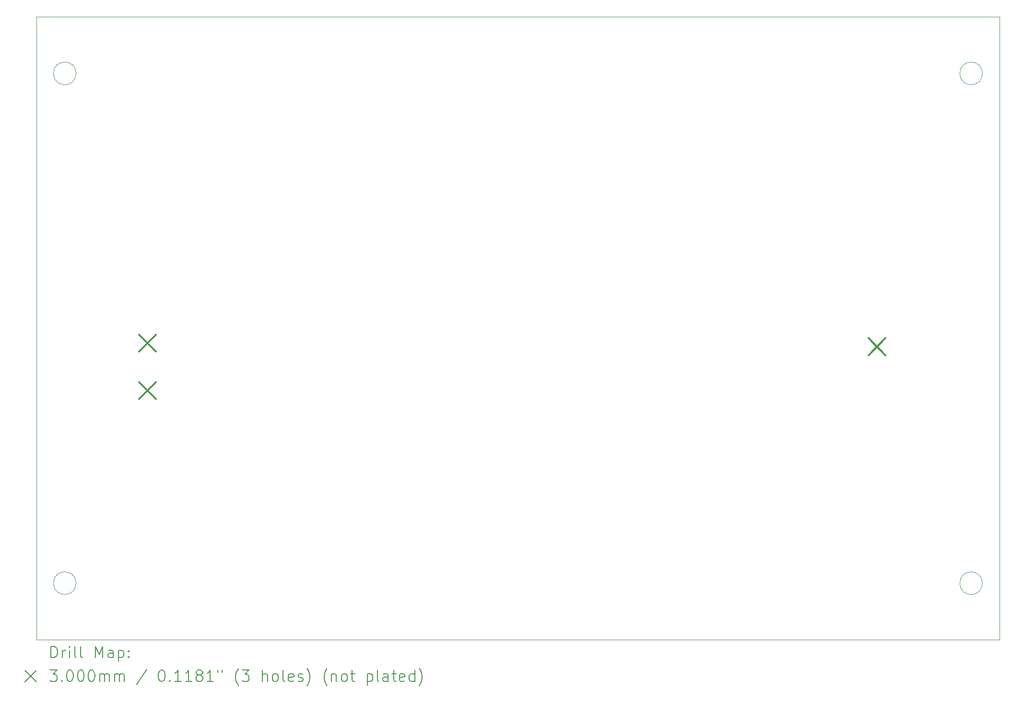
<source format=gbr>
%TF.GenerationSoftware,KiCad,Pcbnew,8.0.1*%
%TF.CreationDate,2024-04-11T21:54:42-04:00*%
%TF.ProjectId,Headlight Controller,48656164-6c69-4676-9874-20436f6e7472,rev?*%
%TF.SameCoordinates,Original*%
%TF.FileFunction,Drillmap*%
%TF.FilePolarity,Positive*%
%FSLAX45Y45*%
G04 Gerber Fmt 4.5, Leading zero omitted, Abs format (unit mm)*
G04 Created by KiCad (PCBNEW 8.0.1) date 2024-04-11 21:54:42*
%MOMM*%
%LPD*%
G01*
G04 APERTURE LIST*
%ADD10C,0.050000*%
%ADD11C,0.200000*%
%ADD12C,0.299999*%
G04 APERTURE END LIST*
D10*
X19200000Y-15000000D02*
G75*
G02*
X18800000Y-15000000I-200000J0D01*
G01*
X18800000Y-15000000D02*
G75*
G02*
X19200000Y-15000000I200000J0D01*
G01*
X3200000Y-6000000D02*
G75*
G02*
X2800000Y-6000000I-200000J0D01*
G01*
X2800000Y-6000000D02*
G75*
G02*
X3200000Y-6000000I200000J0D01*
G01*
X19200000Y-6000000D02*
G75*
G02*
X18800000Y-6000000I-200000J0D01*
G01*
X18800000Y-6000000D02*
G75*
G02*
X19200000Y-6000000I200000J0D01*
G01*
X3200000Y-15000000D02*
G75*
G02*
X2800000Y-15000000I-200000J0D01*
G01*
X2800000Y-15000000D02*
G75*
G02*
X3200000Y-15000000I200000J0D01*
G01*
X19500000Y-5000000D02*
X19500000Y-16000000D01*
X19500000Y-16000000D02*
X2500000Y-16000000D01*
X2500000Y-16000000D02*
X2500000Y-5000000D01*
X2500000Y-5000000D02*
X19500000Y-5000000D01*
D11*
D12*
X4309750Y-10610002D02*
X4609750Y-10910002D01*
X4609750Y-10610002D02*
X4309750Y-10910002D01*
X4309750Y-11450000D02*
X4609750Y-11750000D01*
X4609750Y-11450000D02*
X4309750Y-11750000D01*
X17190250Y-10675400D02*
X17490250Y-10975400D01*
X17490250Y-10675400D02*
X17190250Y-10975400D01*
D11*
X2758277Y-16313984D02*
X2758277Y-16113984D01*
X2758277Y-16113984D02*
X2805896Y-16113984D01*
X2805896Y-16113984D02*
X2834467Y-16123508D01*
X2834467Y-16123508D02*
X2853515Y-16142555D01*
X2853515Y-16142555D02*
X2863039Y-16161603D01*
X2863039Y-16161603D02*
X2872562Y-16199698D01*
X2872562Y-16199698D02*
X2872562Y-16228269D01*
X2872562Y-16228269D02*
X2863039Y-16266365D01*
X2863039Y-16266365D02*
X2853515Y-16285412D01*
X2853515Y-16285412D02*
X2834467Y-16304460D01*
X2834467Y-16304460D02*
X2805896Y-16313984D01*
X2805896Y-16313984D02*
X2758277Y-16313984D01*
X2958277Y-16313984D02*
X2958277Y-16180650D01*
X2958277Y-16218746D02*
X2967801Y-16199698D01*
X2967801Y-16199698D02*
X2977324Y-16190174D01*
X2977324Y-16190174D02*
X2996372Y-16180650D01*
X2996372Y-16180650D02*
X3015420Y-16180650D01*
X3082086Y-16313984D02*
X3082086Y-16180650D01*
X3082086Y-16113984D02*
X3072562Y-16123508D01*
X3072562Y-16123508D02*
X3082086Y-16133031D01*
X3082086Y-16133031D02*
X3091610Y-16123508D01*
X3091610Y-16123508D02*
X3082086Y-16113984D01*
X3082086Y-16113984D02*
X3082086Y-16133031D01*
X3205896Y-16313984D02*
X3186848Y-16304460D01*
X3186848Y-16304460D02*
X3177324Y-16285412D01*
X3177324Y-16285412D02*
X3177324Y-16113984D01*
X3310658Y-16313984D02*
X3291610Y-16304460D01*
X3291610Y-16304460D02*
X3282086Y-16285412D01*
X3282086Y-16285412D02*
X3282086Y-16113984D01*
X3539229Y-16313984D02*
X3539229Y-16113984D01*
X3539229Y-16113984D02*
X3605896Y-16256841D01*
X3605896Y-16256841D02*
X3672562Y-16113984D01*
X3672562Y-16113984D02*
X3672562Y-16313984D01*
X3853515Y-16313984D02*
X3853515Y-16209222D01*
X3853515Y-16209222D02*
X3843991Y-16190174D01*
X3843991Y-16190174D02*
X3824943Y-16180650D01*
X3824943Y-16180650D02*
X3786848Y-16180650D01*
X3786848Y-16180650D02*
X3767801Y-16190174D01*
X3853515Y-16304460D02*
X3834467Y-16313984D01*
X3834467Y-16313984D02*
X3786848Y-16313984D01*
X3786848Y-16313984D02*
X3767801Y-16304460D01*
X3767801Y-16304460D02*
X3758277Y-16285412D01*
X3758277Y-16285412D02*
X3758277Y-16266365D01*
X3758277Y-16266365D02*
X3767801Y-16247317D01*
X3767801Y-16247317D02*
X3786848Y-16237793D01*
X3786848Y-16237793D02*
X3834467Y-16237793D01*
X3834467Y-16237793D02*
X3853515Y-16228269D01*
X3948753Y-16180650D02*
X3948753Y-16380650D01*
X3948753Y-16190174D02*
X3967801Y-16180650D01*
X3967801Y-16180650D02*
X4005896Y-16180650D01*
X4005896Y-16180650D02*
X4024943Y-16190174D01*
X4024943Y-16190174D02*
X4034467Y-16199698D01*
X4034467Y-16199698D02*
X4043991Y-16218746D01*
X4043991Y-16218746D02*
X4043991Y-16275888D01*
X4043991Y-16275888D02*
X4034467Y-16294936D01*
X4034467Y-16294936D02*
X4024943Y-16304460D01*
X4024943Y-16304460D02*
X4005896Y-16313984D01*
X4005896Y-16313984D02*
X3967801Y-16313984D01*
X3967801Y-16313984D02*
X3948753Y-16304460D01*
X4129705Y-16294936D02*
X4139229Y-16304460D01*
X4139229Y-16304460D02*
X4129705Y-16313984D01*
X4129705Y-16313984D02*
X4120182Y-16304460D01*
X4120182Y-16304460D02*
X4129705Y-16294936D01*
X4129705Y-16294936D02*
X4129705Y-16313984D01*
X4129705Y-16190174D02*
X4139229Y-16199698D01*
X4139229Y-16199698D02*
X4129705Y-16209222D01*
X4129705Y-16209222D02*
X4120182Y-16199698D01*
X4120182Y-16199698D02*
X4129705Y-16190174D01*
X4129705Y-16190174D02*
X4129705Y-16209222D01*
X2297500Y-16542500D02*
X2497500Y-16742500D01*
X2497500Y-16542500D02*
X2297500Y-16742500D01*
X2739229Y-16533984D02*
X2863039Y-16533984D01*
X2863039Y-16533984D02*
X2796372Y-16610174D01*
X2796372Y-16610174D02*
X2824943Y-16610174D01*
X2824943Y-16610174D02*
X2843991Y-16619698D01*
X2843991Y-16619698D02*
X2853515Y-16629222D01*
X2853515Y-16629222D02*
X2863039Y-16648269D01*
X2863039Y-16648269D02*
X2863039Y-16695888D01*
X2863039Y-16695888D02*
X2853515Y-16714936D01*
X2853515Y-16714936D02*
X2843991Y-16724460D01*
X2843991Y-16724460D02*
X2824943Y-16733984D01*
X2824943Y-16733984D02*
X2767801Y-16733984D01*
X2767801Y-16733984D02*
X2748753Y-16724460D01*
X2748753Y-16724460D02*
X2739229Y-16714936D01*
X2948753Y-16714936D02*
X2958277Y-16724460D01*
X2958277Y-16724460D02*
X2948753Y-16733984D01*
X2948753Y-16733984D02*
X2939229Y-16724460D01*
X2939229Y-16724460D02*
X2948753Y-16714936D01*
X2948753Y-16714936D02*
X2948753Y-16733984D01*
X3082086Y-16533984D02*
X3101134Y-16533984D01*
X3101134Y-16533984D02*
X3120182Y-16543508D01*
X3120182Y-16543508D02*
X3129705Y-16553031D01*
X3129705Y-16553031D02*
X3139229Y-16572079D01*
X3139229Y-16572079D02*
X3148753Y-16610174D01*
X3148753Y-16610174D02*
X3148753Y-16657793D01*
X3148753Y-16657793D02*
X3139229Y-16695888D01*
X3139229Y-16695888D02*
X3129705Y-16714936D01*
X3129705Y-16714936D02*
X3120182Y-16724460D01*
X3120182Y-16724460D02*
X3101134Y-16733984D01*
X3101134Y-16733984D02*
X3082086Y-16733984D01*
X3082086Y-16733984D02*
X3063039Y-16724460D01*
X3063039Y-16724460D02*
X3053515Y-16714936D01*
X3053515Y-16714936D02*
X3043991Y-16695888D01*
X3043991Y-16695888D02*
X3034467Y-16657793D01*
X3034467Y-16657793D02*
X3034467Y-16610174D01*
X3034467Y-16610174D02*
X3043991Y-16572079D01*
X3043991Y-16572079D02*
X3053515Y-16553031D01*
X3053515Y-16553031D02*
X3063039Y-16543508D01*
X3063039Y-16543508D02*
X3082086Y-16533984D01*
X3272562Y-16533984D02*
X3291610Y-16533984D01*
X3291610Y-16533984D02*
X3310658Y-16543508D01*
X3310658Y-16543508D02*
X3320182Y-16553031D01*
X3320182Y-16553031D02*
X3329705Y-16572079D01*
X3329705Y-16572079D02*
X3339229Y-16610174D01*
X3339229Y-16610174D02*
X3339229Y-16657793D01*
X3339229Y-16657793D02*
X3329705Y-16695888D01*
X3329705Y-16695888D02*
X3320182Y-16714936D01*
X3320182Y-16714936D02*
X3310658Y-16724460D01*
X3310658Y-16724460D02*
X3291610Y-16733984D01*
X3291610Y-16733984D02*
X3272562Y-16733984D01*
X3272562Y-16733984D02*
X3253515Y-16724460D01*
X3253515Y-16724460D02*
X3243991Y-16714936D01*
X3243991Y-16714936D02*
X3234467Y-16695888D01*
X3234467Y-16695888D02*
X3224943Y-16657793D01*
X3224943Y-16657793D02*
X3224943Y-16610174D01*
X3224943Y-16610174D02*
X3234467Y-16572079D01*
X3234467Y-16572079D02*
X3243991Y-16553031D01*
X3243991Y-16553031D02*
X3253515Y-16543508D01*
X3253515Y-16543508D02*
X3272562Y-16533984D01*
X3463039Y-16533984D02*
X3482086Y-16533984D01*
X3482086Y-16533984D02*
X3501134Y-16543508D01*
X3501134Y-16543508D02*
X3510658Y-16553031D01*
X3510658Y-16553031D02*
X3520182Y-16572079D01*
X3520182Y-16572079D02*
X3529705Y-16610174D01*
X3529705Y-16610174D02*
X3529705Y-16657793D01*
X3529705Y-16657793D02*
X3520182Y-16695888D01*
X3520182Y-16695888D02*
X3510658Y-16714936D01*
X3510658Y-16714936D02*
X3501134Y-16724460D01*
X3501134Y-16724460D02*
X3482086Y-16733984D01*
X3482086Y-16733984D02*
X3463039Y-16733984D01*
X3463039Y-16733984D02*
X3443991Y-16724460D01*
X3443991Y-16724460D02*
X3434467Y-16714936D01*
X3434467Y-16714936D02*
X3424943Y-16695888D01*
X3424943Y-16695888D02*
X3415420Y-16657793D01*
X3415420Y-16657793D02*
X3415420Y-16610174D01*
X3415420Y-16610174D02*
X3424943Y-16572079D01*
X3424943Y-16572079D02*
X3434467Y-16553031D01*
X3434467Y-16553031D02*
X3443991Y-16543508D01*
X3443991Y-16543508D02*
X3463039Y-16533984D01*
X3615420Y-16733984D02*
X3615420Y-16600650D01*
X3615420Y-16619698D02*
X3624943Y-16610174D01*
X3624943Y-16610174D02*
X3643991Y-16600650D01*
X3643991Y-16600650D02*
X3672563Y-16600650D01*
X3672563Y-16600650D02*
X3691610Y-16610174D01*
X3691610Y-16610174D02*
X3701134Y-16629222D01*
X3701134Y-16629222D02*
X3701134Y-16733984D01*
X3701134Y-16629222D02*
X3710658Y-16610174D01*
X3710658Y-16610174D02*
X3729705Y-16600650D01*
X3729705Y-16600650D02*
X3758277Y-16600650D01*
X3758277Y-16600650D02*
X3777324Y-16610174D01*
X3777324Y-16610174D02*
X3786848Y-16629222D01*
X3786848Y-16629222D02*
X3786848Y-16733984D01*
X3882086Y-16733984D02*
X3882086Y-16600650D01*
X3882086Y-16619698D02*
X3891610Y-16610174D01*
X3891610Y-16610174D02*
X3910658Y-16600650D01*
X3910658Y-16600650D02*
X3939229Y-16600650D01*
X3939229Y-16600650D02*
X3958277Y-16610174D01*
X3958277Y-16610174D02*
X3967801Y-16629222D01*
X3967801Y-16629222D02*
X3967801Y-16733984D01*
X3967801Y-16629222D02*
X3977324Y-16610174D01*
X3977324Y-16610174D02*
X3996372Y-16600650D01*
X3996372Y-16600650D02*
X4024943Y-16600650D01*
X4024943Y-16600650D02*
X4043991Y-16610174D01*
X4043991Y-16610174D02*
X4053515Y-16629222D01*
X4053515Y-16629222D02*
X4053515Y-16733984D01*
X4443991Y-16524460D02*
X4272563Y-16781603D01*
X4701134Y-16533984D02*
X4720182Y-16533984D01*
X4720182Y-16533984D02*
X4739229Y-16543508D01*
X4739229Y-16543508D02*
X4748753Y-16553031D01*
X4748753Y-16553031D02*
X4758277Y-16572079D01*
X4758277Y-16572079D02*
X4767801Y-16610174D01*
X4767801Y-16610174D02*
X4767801Y-16657793D01*
X4767801Y-16657793D02*
X4758277Y-16695888D01*
X4758277Y-16695888D02*
X4748753Y-16714936D01*
X4748753Y-16714936D02*
X4739229Y-16724460D01*
X4739229Y-16724460D02*
X4720182Y-16733984D01*
X4720182Y-16733984D02*
X4701134Y-16733984D01*
X4701134Y-16733984D02*
X4682087Y-16724460D01*
X4682087Y-16724460D02*
X4672563Y-16714936D01*
X4672563Y-16714936D02*
X4663039Y-16695888D01*
X4663039Y-16695888D02*
X4653515Y-16657793D01*
X4653515Y-16657793D02*
X4653515Y-16610174D01*
X4653515Y-16610174D02*
X4663039Y-16572079D01*
X4663039Y-16572079D02*
X4672563Y-16553031D01*
X4672563Y-16553031D02*
X4682087Y-16543508D01*
X4682087Y-16543508D02*
X4701134Y-16533984D01*
X4853515Y-16714936D02*
X4863039Y-16724460D01*
X4863039Y-16724460D02*
X4853515Y-16733984D01*
X4853515Y-16733984D02*
X4843991Y-16724460D01*
X4843991Y-16724460D02*
X4853515Y-16714936D01*
X4853515Y-16714936D02*
X4853515Y-16733984D01*
X5053515Y-16733984D02*
X4939229Y-16733984D01*
X4996372Y-16733984D02*
X4996372Y-16533984D01*
X4996372Y-16533984D02*
X4977325Y-16562555D01*
X4977325Y-16562555D02*
X4958277Y-16581603D01*
X4958277Y-16581603D02*
X4939229Y-16591127D01*
X5243991Y-16733984D02*
X5129706Y-16733984D01*
X5186848Y-16733984D02*
X5186848Y-16533984D01*
X5186848Y-16533984D02*
X5167801Y-16562555D01*
X5167801Y-16562555D02*
X5148753Y-16581603D01*
X5148753Y-16581603D02*
X5129706Y-16591127D01*
X5358277Y-16619698D02*
X5339229Y-16610174D01*
X5339229Y-16610174D02*
X5329706Y-16600650D01*
X5329706Y-16600650D02*
X5320182Y-16581603D01*
X5320182Y-16581603D02*
X5320182Y-16572079D01*
X5320182Y-16572079D02*
X5329706Y-16553031D01*
X5329706Y-16553031D02*
X5339229Y-16543508D01*
X5339229Y-16543508D02*
X5358277Y-16533984D01*
X5358277Y-16533984D02*
X5396372Y-16533984D01*
X5396372Y-16533984D02*
X5415420Y-16543508D01*
X5415420Y-16543508D02*
X5424944Y-16553031D01*
X5424944Y-16553031D02*
X5434468Y-16572079D01*
X5434468Y-16572079D02*
X5434468Y-16581603D01*
X5434468Y-16581603D02*
X5424944Y-16600650D01*
X5424944Y-16600650D02*
X5415420Y-16610174D01*
X5415420Y-16610174D02*
X5396372Y-16619698D01*
X5396372Y-16619698D02*
X5358277Y-16619698D01*
X5358277Y-16619698D02*
X5339229Y-16629222D01*
X5339229Y-16629222D02*
X5329706Y-16638746D01*
X5329706Y-16638746D02*
X5320182Y-16657793D01*
X5320182Y-16657793D02*
X5320182Y-16695888D01*
X5320182Y-16695888D02*
X5329706Y-16714936D01*
X5329706Y-16714936D02*
X5339229Y-16724460D01*
X5339229Y-16724460D02*
X5358277Y-16733984D01*
X5358277Y-16733984D02*
X5396372Y-16733984D01*
X5396372Y-16733984D02*
X5415420Y-16724460D01*
X5415420Y-16724460D02*
X5424944Y-16714936D01*
X5424944Y-16714936D02*
X5434468Y-16695888D01*
X5434468Y-16695888D02*
X5434468Y-16657793D01*
X5434468Y-16657793D02*
X5424944Y-16638746D01*
X5424944Y-16638746D02*
X5415420Y-16629222D01*
X5415420Y-16629222D02*
X5396372Y-16619698D01*
X5624944Y-16733984D02*
X5510658Y-16733984D01*
X5567801Y-16733984D02*
X5567801Y-16533984D01*
X5567801Y-16533984D02*
X5548753Y-16562555D01*
X5548753Y-16562555D02*
X5529706Y-16581603D01*
X5529706Y-16581603D02*
X5510658Y-16591127D01*
X5701134Y-16533984D02*
X5701134Y-16572079D01*
X5777325Y-16533984D02*
X5777325Y-16572079D01*
X6072563Y-16810174D02*
X6063039Y-16800650D01*
X6063039Y-16800650D02*
X6043991Y-16772079D01*
X6043991Y-16772079D02*
X6034468Y-16753031D01*
X6034468Y-16753031D02*
X6024944Y-16724460D01*
X6024944Y-16724460D02*
X6015420Y-16676841D01*
X6015420Y-16676841D02*
X6015420Y-16638746D01*
X6015420Y-16638746D02*
X6024944Y-16591127D01*
X6024944Y-16591127D02*
X6034468Y-16562555D01*
X6034468Y-16562555D02*
X6043991Y-16543508D01*
X6043991Y-16543508D02*
X6063039Y-16514936D01*
X6063039Y-16514936D02*
X6072563Y-16505412D01*
X6129706Y-16533984D02*
X6253515Y-16533984D01*
X6253515Y-16533984D02*
X6186848Y-16610174D01*
X6186848Y-16610174D02*
X6215420Y-16610174D01*
X6215420Y-16610174D02*
X6234468Y-16619698D01*
X6234468Y-16619698D02*
X6243991Y-16629222D01*
X6243991Y-16629222D02*
X6253515Y-16648269D01*
X6253515Y-16648269D02*
X6253515Y-16695888D01*
X6253515Y-16695888D02*
X6243991Y-16714936D01*
X6243991Y-16714936D02*
X6234468Y-16724460D01*
X6234468Y-16724460D02*
X6215420Y-16733984D01*
X6215420Y-16733984D02*
X6158277Y-16733984D01*
X6158277Y-16733984D02*
X6139229Y-16724460D01*
X6139229Y-16724460D02*
X6129706Y-16714936D01*
X6491610Y-16733984D02*
X6491610Y-16533984D01*
X6577325Y-16733984D02*
X6577325Y-16629222D01*
X6577325Y-16629222D02*
X6567801Y-16610174D01*
X6567801Y-16610174D02*
X6548753Y-16600650D01*
X6548753Y-16600650D02*
X6520182Y-16600650D01*
X6520182Y-16600650D02*
X6501134Y-16610174D01*
X6501134Y-16610174D02*
X6491610Y-16619698D01*
X6701134Y-16733984D02*
X6682087Y-16724460D01*
X6682087Y-16724460D02*
X6672563Y-16714936D01*
X6672563Y-16714936D02*
X6663039Y-16695888D01*
X6663039Y-16695888D02*
X6663039Y-16638746D01*
X6663039Y-16638746D02*
X6672563Y-16619698D01*
X6672563Y-16619698D02*
X6682087Y-16610174D01*
X6682087Y-16610174D02*
X6701134Y-16600650D01*
X6701134Y-16600650D02*
X6729706Y-16600650D01*
X6729706Y-16600650D02*
X6748753Y-16610174D01*
X6748753Y-16610174D02*
X6758277Y-16619698D01*
X6758277Y-16619698D02*
X6767801Y-16638746D01*
X6767801Y-16638746D02*
X6767801Y-16695888D01*
X6767801Y-16695888D02*
X6758277Y-16714936D01*
X6758277Y-16714936D02*
X6748753Y-16724460D01*
X6748753Y-16724460D02*
X6729706Y-16733984D01*
X6729706Y-16733984D02*
X6701134Y-16733984D01*
X6882087Y-16733984D02*
X6863039Y-16724460D01*
X6863039Y-16724460D02*
X6853515Y-16705412D01*
X6853515Y-16705412D02*
X6853515Y-16533984D01*
X7034468Y-16724460D02*
X7015420Y-16733984D01*
X7015420Y-16733984D02*
X6977325Y-16733984D01*
X6977325Y-16733984D02*
X6958277Y-16724460D01*
X6958277Y-16724460D02*
X6948753Y-16705412D01*
X6948753Y-16705412D02*
X6948753Y-16629222D01*
X6948753Y-16629222D02*
X6958277Y-16610174D01*
X6958277Y-16610174D02*
X6977325Y-16600650D01*
X6977325Y-16600650D02*
X7015420Y-16600650D01*
X7015420Y-16600650D02*
X7034468Y-16610174D01*
X7034468Y-16610174D02*
X7043991Y-16629222D01*
X7043991Y-16629222D02*
X7043991Y-16648269D01*
X7043991Y-16648269D02*
X6948753Y-16667317D01*
X7120182Y-16724460D02*
X7139230Y-16733984D01*
X7139230Y-16733984D02*
X7177325Y-16733984D01*
X7177325Y-16733984D02*
X7196372Y-16724460D01*
X7196372Y-16724460D02*
X7205896Y-16705412D01*
X7205896Y-16705412D02*
X7205896Y-16695888D01*
X7205896Y-16695888D02*
X7196372Y-16676841D01*
X7196372Y-16676841D02*
X7177325Y-16667317D01*
X7177325Y-16667317D02*
X7148753Y-16667317D01*
X7148753Y-16667317D02*
X7129706Y-16657793D01*
X7129706Y-16657793D02*
X7120182Y-16638746D01*
X7120182Y-16638746D02*
X7120182Y-16629222D01*
X7120182Y-16629222D02*
X7129706Y-16610174D01*
X7129706Y-16610174D02*
X7148753Y-16600650D01*
X7148753Y-16600650D02*
X7177325Y-16600650D01*
X7177325Y-16600650D02*
X7196372Y-16610174D01*
X7272563Y-16810174D02*
X7282087Y-16800650D01*
X7282087Y-16800650D02*
X7301134Y-16772079D01*
X7301134Y-16772079D02*
X7310658Y-16753031D01*
X7310658Y-16753031D02*
X7320182Y-16724460D01*
X7320182Y-16724460D02*
X7329706Y-16676841D01*
X7329706Y-16676841D02*
X7329706Y-16638746D01*
X7329706Y-16638746D02*
X7320182Y-16591127D01*
X7320182Y-16591127D02*
X7310658Y-16562555D01*
X7310658Y-16562555D02*
X7301134Y-16543508D01*
X7301134Y-16543508D02*
X7282087Y-16514936D01*
X7282087Y-16514936D02*
X7272563Y-16505412D01*
X7634468Y-16810174D02*
X7624944Y-16800650D01*
X7624944Y-16800650D02*
X7605896Y-16772079D01*
X7605896Y-16772079D02*
X7596372Y-16753031D01*
X7596372Y-16753031D02*
X7586849Y-16724460D01*
X7586849Y-16724460D02*
X7577325Y-16676841D01*
X7577325Y-16676841D02*
X7577325Y-16638746D01*
X7577325Y-16638746D02*
X7586849Y-16591127D01*
X7586849Y-16591127D02*
X7596372Y-16562555D01*
X7596372Y-16562555D02*
X7605896Y-16543508D01*
X7605896Y-16543508D02*
X7624944Y-16514936D01*
X7624944Y-16514936D02*
X7634468Y-16505412D01*
X7710658Y-16600650D02*
X7710658Y-16733984D01*
X7710658Y-16619698D02*
X7720182Y-16610174D01*
X7720182Y-16610174D02*
X7739230Y-16600650D01*
X7739230Y-16600650D02*
X7767801Y-16600650D01*
X7767801Y-16600650D02*
X7786849Y-16610174D01*
X7786849Y-16610174D02*
X7796372Y-16629222D01*
X7796372Y-16629222D02*
X7796372Y-16733984D01*
X7920182Y-16733984D02*
X7901134Y-16724460D01*
X7901134Y-16724460D02*
X7891611Y-16714936D01*
X7891611Y-16714936D02*
X7882087Y-16695888D01*
X7882087Y-16695888D02*
X7882087Y-16638746D01*
X7882087Y-16638746D02*
X7891611Y-16619698D01*
X7891611Y-16619698D02*
X7901134Y-16610174D01*
X7901134Y-16610174D02*
X7920182Y-16600650D01*
X7920182Y-16600650D02*
X7948753Y-16600650D01*
X7948753Y-16600650D02*
X7967801Y-16610174D01*
X7967801Y-16610174D02*
X7977325Y-16619698D01*
X7977325Y-16619698D02*
X7986849Y-16638746D01*
X7986849Y-16638746D02*
X7986849Y-16695888D01*
X7986849Y-16695888D02*
X7977325Y-16714936D01*
X7977325Y-16714936D02*
X7967801Y-16724460D01*
X7967801Y-16724460D02*
X7948753Y-16733984D01*
X7948753Y-16733984D02*
X7920182Y-16733984D01*
X8043992Y-16600650D02*
X8120182Y-16600650D01*
X8072563Y-16533984D02*
X8072563Y-16705412D01*
X8072563Y-16705412D02*
X8082087Y-16724460D01*
X8082087Y-16724460D02*
X8101134Y-16733984D01*
X8101134Y-16733984D02*
X8120182Y-16733984D01*
X8339230Y-16600650D02*
X8339230Y-16800650D01*
X8339230Y-16610174D02*
X8358277Y-16600650D01*
X8358277Y-16600650D02*
X8396373Y-16600650D01*
X8396373Y-16600650D02*
X8415420Y-16610174D01*
X8415420Y-16610174D02*
X8424944Y-16619698D01*
X8424944Y-16619698D02*
X8434468Y-16638746D01*
X8434468Y-16638746D02*
X8434468Y-16695888D01*
X8434468Y-16695888D02*
X8424944Y-16714936D01*
X8424944Y-16714936D02*
X8415420Y-16724460D01*
X8415420Y-16724460D02*
X8396373Y-16733984D01*
X8396373Y-16733984D02*
X8358277Y-16733984D01*
X8358277Y-16733984D02*
X8339230Y-16724460D01*
X8548754Y-16733984D02*
X8529706Y-16724460D01*
X8529706Y-16724460D02*
X8520182Y-16705412D01*
X8520182Y-16705412D02*
X8520182Y-16533984D01*
X8710658Y-16733984D02*
X8710658Y-16629222D01*
X8710658Y-16629222D02*
X8701135Y-16610174D01*
X8701135Y-16610174D02*
X8682087Y-16600650D01*
X8682087Y-16600650D02*
X8643992Y-16600650D01*
X8643992Y-16600650D02*
X8624944Y-16610174D01*
X8710658Y-16724460D02*
X8691611Y-16733984D01*
X8691611Y-16733984D02*
X8643992Y-16733984D01*
X8643992Y-16733984D02*
X8624944Y-16724460D01*
X8624944Y-16724460D02*
X8615420Y-16705412D01*
X8615420Y-16705412D02*
X8615420Y-16686365D01*
X8615420Y-16686365D02*
X8624944Y-16667317D01*
X8624944Y-16667317D02*
X8643992Y-16657793D01*
X8643992Y-16657793D02*
X8691611Y-16657793D01*
X8691611Y-16657793D02*
X8710658Y-16648269D01*
X8777325Y-16600650D02*
X8853515Y-16600650D01*
X8805896Y-16533984D02*
X8805896Y-16705412D01*
X8805896Y-16705412D02*
X8815420Y-16724460D01*
X8815420Y-16724460D02*
X8834468Y-16733984D01*
X8834468Y-16733984D02*
X8853515Y-16733984D01*
X8996373Y-16724460D02*
X8977325Y-16733984D01*
X8977325Y-16733984D02*
X8939230Y-16733984D01*
X8939230Y-16733984D02*
X8920182Y-16724460D01*
X8920182Y-16724460D02*
X8910658Y-16705412D01*
X8910658Y-16705412D02*
X8910658Y-16629222D01*
X8910658Y-16629222D02*
X8920182Y-16610174D01*
X8920182Y-16610174D02*
X8939230Y-16600650D01*
X8939230Y-16600650D02*
X8977325Y-16600650D01*
X8977325Y-16600650D02*
X8996373Y-16610174D01*
X8996373Y-16610174D02*
X9005896Y-16629222D01*
X9005896Y-16629222D02*
X9005896Y-16648269D01*
X9005896Y-16648269D02*
X8910658Y-16667317D01*
X9177325Y-16733984D02*
X9177325Y-16533984D01*
X9177325Y-16724460D02*
X9158277Y-16733984D01*
X9158277Y-16733984D02*
X9120182Y-16733984D01*
X9120182Y-16733984D02*
X9101135Y-16724460D01*
X9101135Y-16724460D02*
X9091611Y-16714936D01*
X9091611Y-16714936D02*
X9082087Y-16695888D01*
X9082087Y-16695888D02*
X9082087Y-16638746D01*
X9082087Y-16638746D02*
X9091611Y-16619698D01*
X9091611Y-16619698D02*
X9101135Y-16610174D01*
X9101135Y-16610174D02*
X9120182Y-16600650D01*
X9120182Y-16600650D02*
X9158277Y-16600650D01*
X9158277Y-16600650D02*
X9177325Y-16610174D01*
X9253516Y-16810174D02*
X9263039Y-16800650D01*
X9263039Y-16800650D02*
X9282087Y-16772079D01*
X9282087Y-16772079D02*
X9291611Y-16753031D01*
X9291611Y-16753031D02*
X9301135Y-16724460D01*
X9301135Y-16724460D02*
X9310658Y-16676841D01*
X9310658Y-16676841D02*
X9310658Y-16638746D01*
X9310658Y-16638746D02*
X9301135Y-16591127D01*
X9301135Y-16591127D02*
X9291611Y-16562555D01*
X9291611Y-16562555D02*
X9282087Y-16543508D01*
X9282087Y-16543508D02*
X9263039Y-16514936D01*
X9263039Y-16514936D02*
X9253516Y-16505412D01*
M02*

</source>
